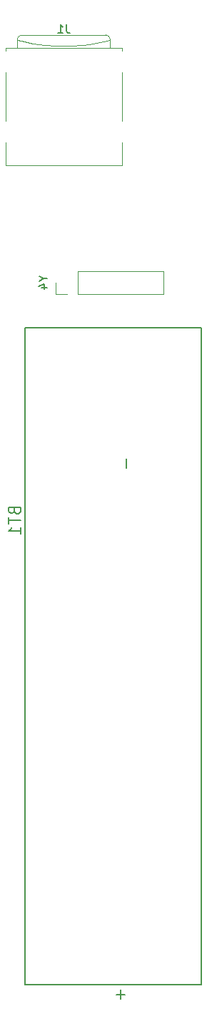
<source format=gbr>
%TF.GenerationSoftware,KiCad,Pcbnew,9.0.0*%
%TF.CreationDate,2025-03-31T13:57:26+02:00*%
%TF.ProjectId,HW_roggeluc_linortho,48575f72-6f67-4676-956c-75635f6c696e,rev?*%
%TF.SameCoordinates,Original*%
%TF.FileFunction,Legend,Bot*%
%TF.FilePolarity,Positive*%
%FSLAX46Y46*%
G04 Gerber Fmt 4.6, Leading zero omitted, Abs format (unit mm)*
G04 Created by KiCad (PCBNEW 9.0.0) date 2025-03-31 13:57:26*
%MOMM*%
%LPD*%
G01*
G04 APERTURE LIST*
%ADD10C,0.150000*%
%ADD11C,0.120000*%
%ADD12C,0.127000*%
G04 APERTURE END LIST*
D10*
X70333333Y-27464819D02*
X70333333Y-28179104D01*
X70333333Y-28179104D02*
X70380952Y-28321961D01*
X70380952Y-28321961D02*
X70476190Y-28417200D01*
X70476190Y-28417200D02*
X70619047Y-28464819D01*
X70619047Y-28464819D02*
X70714285Y-28464819D01*
X69333333Y-28464819D02*
X69904761Y-28464819D01*
X69619047Y-28464819D02*
X69619047Y-27464819D01*
X69619047Y-27464819D02*
X69714285Y-27607676D01*
X69714285Y-27607676D02*
X69809523Y-27702914D01*
X69809523Y-27702914D02*
X69904761Y-27750533D01*
X64150449Y-85009460D02*
X64217116Y-85209460D01*
X64217116Y-85209460D02*
X64283782Y-85276126D01*
X64283782Y-85276126D02*
X64417116Y-85342793D01*
X64417116Y-85342793D02*
X64617116Y-85342793D01*
X64617116Y-85342793D02*
X64750449Y-85276126D01*
X64750449Y-85276126D02*
X64817116Y-85209460D01*
X64817116Y-85209460D02*
X64883782Y-85076126D01*
X64883782Y-85076126D02*
X64883782Y-84542793D01*
X64883782Y-84542793D02*
X63483782Y-84542793D01*
X63483782Y-84542793D02*
X63483782Y-85009460D01*
X63483782Y-85009460D02*
X63550449Y-85142793D01*
X63550449Y-85142793D02*
X63617116Y-85209460D01*
X63617116Y-85209460D02*
X63750449Y-85276126D01*
X63750449Y-85276126D02*
X63883782Y-85276126D01*
X63883782Y-85276126D02*
X64017116Y-85209460D01*
X64017116Y-85209460D02*
X64083782Y-85142793D01*
X64083782Y-85142793D02*
X64150449Y-85009460D01*
X64150449Y-85009460D02*
X64150449Y-84542793D01*
X63483782Y-85742793D02*
X63483782Y-86542793D01*
X64883782Y-86142793D02*
X63483782Y-86142793D01*
X64883782Y-87742793D02*
X64883782Y-86942793D01*
X64883782Y-87342793D02*
X63483782Y-87342793D01*
X63483782Y-87342793D02*
X63683782Y-87209460D01*
X63683782Y-87209460D02*
X63817116Y-87076127D01*
X63817116Y-87076127D02*
X63883782Y-86942793D01*
X76743949Y-141679877D02*
X76743949Y-142746544D01*
X77277282Y-142213210D02*
X76210616Y-142213210D01*
X77414449Y-78856127D02*
X77414449Y-79922794D01*
X67588628Y-57523809D02*
X68064819Y-57523809D01*
X67064819Y-57190476D02*
X67588628Y-57523809D01*
X67588628Y-57523809D02*
X67064819Y-57857142D01*
X67398152Y-58619047D02*
X68064819Y-58619047D01*
X67017200Y-58380952D02*
X67731485Y-58142857D01*
X67731485Y-58142857D02*
X67731485Y-58761904D01*
D11*
%TO.C,J1*%
X76910000Y-30190000D02*
X76910000Y-30590000D01*
X76910000Y-30190000D02*
X63090000Y-30190000D01*
X76910000Y-33110000D02*
X76910000Y-38890000D01*
X76910000Y-41410000D02*
X76910000Y-44110000D01*
X75500000Y-29290000D02*
X74700000Y-29490000D01*
X75500000Y-30190000D02*
X75500000Y-29190000D01*
X75000000Y-28690000D02*
X65000000Y-28690000D01*
X74700000Y-29490000D02*
X73000000Y-29790000D01*
X73000000Y-29790000D02*
X72200000Y-29890000D01*
X72200000Y-29890000D02*
X70900000Y-29990000D01*
X70900000Y-29990000D02*
X69100000Y-29990000D01*
X69100000Y-29990000D02*
X67800000Y-29890000D01*
X67800000Y-29890000D02*
X66300000Y-29690000D01*
X66300000Y-29690000D02*
X65000000Y-29390000D01*
X65000000Y-29390000D02*
X64500000Y-29290000D01*
X64500000Y-30190000D02*
X64500000Y-29190000D01*
X63090000Y-30190000D02*
X63090000Y-30590000D01*
X63090000Y-33110000D02*
X63090000Y-38890000D01*
X63090000Y-41410000D02*
X63090000Y-44110000D01*
X63090000Y-44110000D02*
X76910000Y-44110000D01*
X75000000Y-28690000D02*
G75*
G02*
X75500000Y-29190000I-1J-500001D01*
G01*
X64500000Y-29190000D02*
G75*
G02*
X65000000Y-28690000I500000J0D01*
G01*
D12*
%TO.C,BT1*%
X65425416Y-63358210D02*
X86325416Y-63358210D01*
X86325416Y-63358210D02*
X86325416Y-141058210D01*
X86325416Y-141058210D02*
X65425416Y-141058210D01*
X65425416Y-141058210D02*
X65425416Y-63358210D01*
D11*
%TO.C,Y4*%
X69050000Y-59330000D02*
X70380000Y-59330000D01*
X71650000Y-59330000D02*
X81870000Y-59330000D01*
X71650000Y-56670000D02*
X81870000Y-56670000D01*
X71650000Y-56670000D02*
X71650000Y-59330000D01*
X81870000Y-56670000D02*
X81870000Y-59330000D01*
X69050000Y-58000000D02*
X69050000Y-59330000D01*
%TD*%
M02*

</source>
